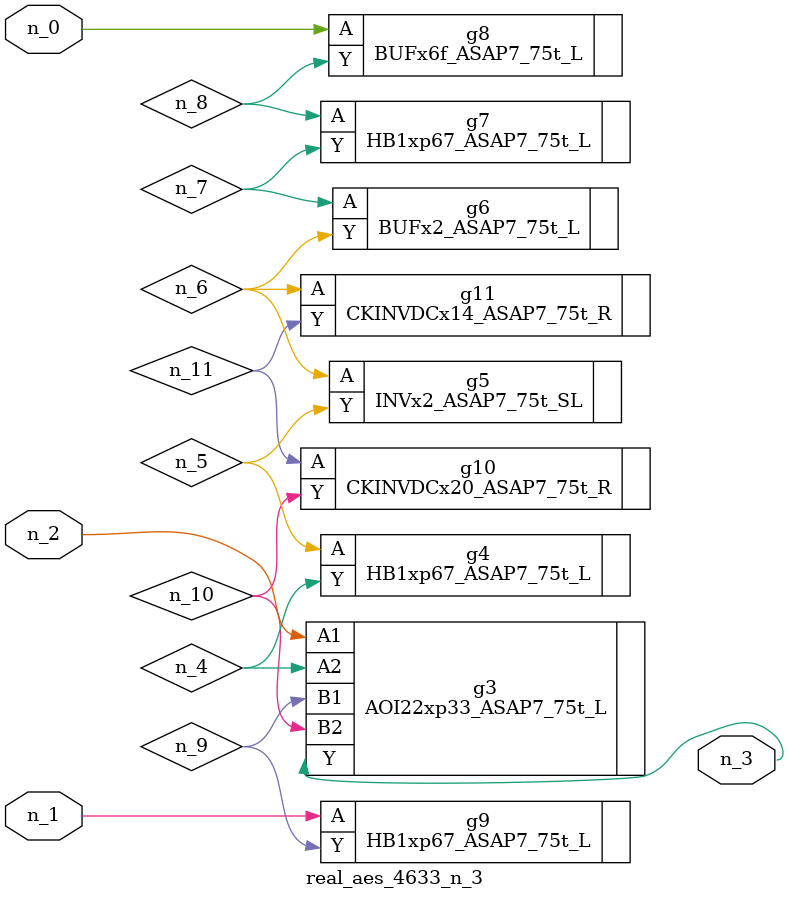
<source format=v>
module real_aes_4633_n_3 (n_0, n_2, n_1, n_3);
input n_0;
input n_2;
input n_1;
output n_3;
wire n_4;
wire n_5;
wire n_7;
wire n_9;
wire n_6;
wire n_8;
wire n_10;
wire n_11;
BUFx6f_ASAP7_75t_L g8 ( .A(n_0), .Y(n_8) );
HB1xp67_ASAP7_75t_L g9 ( .A(n_1), .Y(n_9) );
AOI22xp33_ASAP7_75t_L g3 ( .A1(n_2), .A2(n_4), .B1(n_9), .B2(n_10), .Y(n_3) );
HB1xp67_ASAP7_75t_L g4 ( .A(n_5), .Y(n_4) );
INVx2_ASAP7_75t_SL g5 ( .A(n_6), .Y(n_5) );
CKINVDCx14_ASAP7_75t_R g11 ( .A(n_6), .Y(n_11) );
BUFx2_ASAP7_75t_L g6 ( .A(n_7), .Y(n_6) );
HB1xp67_ASAP7_75t_L g7 ( .A(n_8), .Y(n_7) );
CKINVDCx20_ASAP7_75t_R g10 ( .A(n_11), .Y(n_10) );
endmodule
</source>
